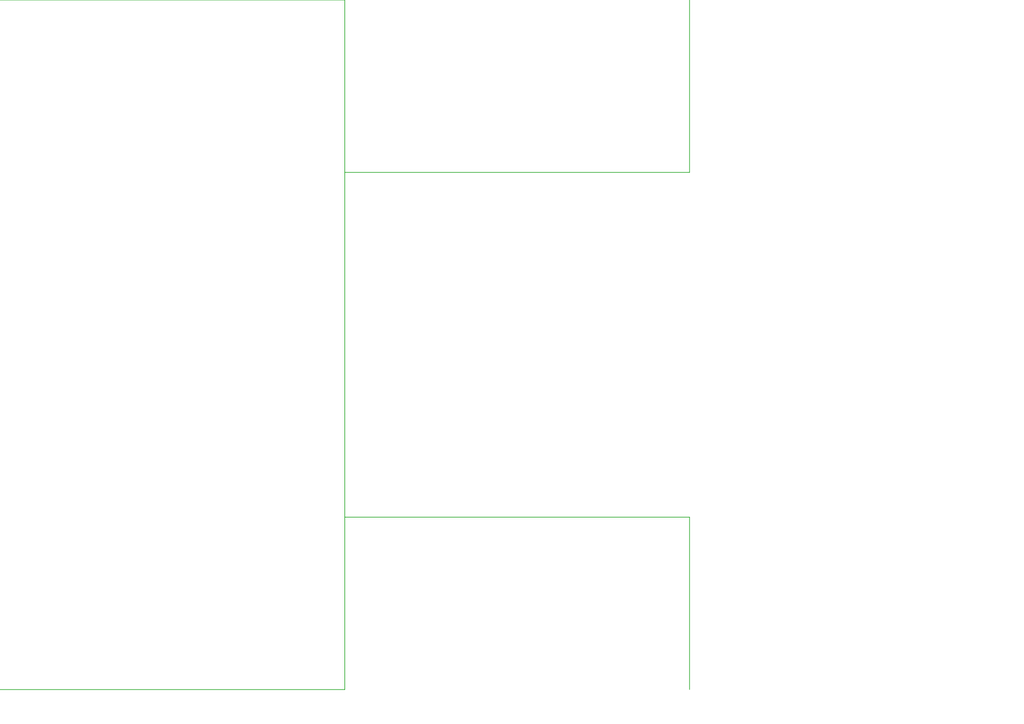
<source format=kicad_sch>
(kicad_sch
	(version 20250114)
	(generator "eeschema")
	(generator_version "9.0")
	(uuid "87654321-4321-4321-4321-0987654321fe")
	(paper "A4")
	(title_block
		(title "Directional Coupler (VHF/UHF)")
		(rev "1.0")
		(date "2026-01-07")
		(company "SWR Meter Project")
		(comment 1 "VHF/UHF Directional Coupler for SWR Meter")
		(comment 2 "Frequency Range: 30-500 MHz")
		(comment 3 "Coupling: 20 dB")
		(comment 4 "Isolation: >25 dB")
	)
	(symbol (lib_id "Device:R") (at 100 50 0) (unit 1))
	(symbol (lib_id "Device:R") (at 100 150 0) (unit 1))
	(symbol (lib_id "Device:Conn_01x01") (at 0 0 0) (unit 1))
	(symbol (lib_id "Device:Conn_01x01") (at 200 0 0) (unit 1))
	(symbol (lib_id "Device:Conn_01x01") (at 200 200 0) (unit 1))
	(symbol (lib_id "Device:Conn_01x01") (at 0 200 0) (unit 1))
	(symbol (lib_id "Device:XFRM_2L") (at 100 100 0) (unit 1))
	(wire (pts (xy 0 0) (xy 100 0)))
	(wire (pts (xy 100 0) (xy 100 50)))
	(wire (pts (xy 100 50) (xy 200 50)))
	(wire (pts (xy 200 50) (xy 200 0)))
	(wire (pts (xy 0 200) (xy 100 200)))
	(wire (pts (xy 100 200) (xy 100 150)))
	(wire (pts (xy 100 150) (xy 200 150)))
	(wire (pts (xy 200 150) (xy 200 200)))
	(wire (pts (xy 100 50) (xy 100 80)))
	(wire (pts (xy 100 80) (xy 100 120)))
	(wire (pts (xy 100 120) (xy 100 150)))
)

</source>
